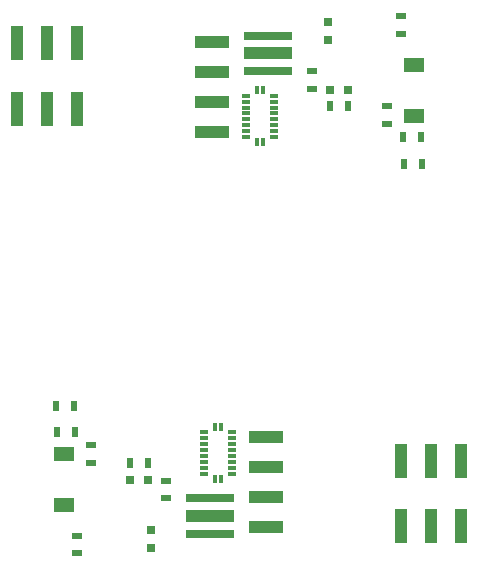
<source format=gbp>
%TF.GenerationSoftware,KiCad,Pcbnew,4.0.6*%
%TF.CreationDate,2017-04-20T11:48:03-04:00*%
%TF.ProjectId,Panel,50616E656C2E6B696361645F70636200,rev?*%
%TF.FileFunction,Paste,Bot*%
%FSLAX46Y46*%
G04 Gerber Fmt 4.6, Leading zero omitted, Abs format (unit mm)*
G04 Created by KiCad (PCBNEW 4.0.6) date Thu Apr 20 11:48:03 2017*
%MOMM*%
%LPD*%
G01*
G04 APERTURE LIST*
%ADD10C,0.100000*%
%ADD11R,1.000000X3.000000*%
%ADD12R,0.900000X0.500000*%
%ADD13R,0.800000X0.750000*%
%ADD14R,0.750000X0.800000*%
%ADD15R,0.299720X0.797560*%
%ADD16R,0.797560X0.299720*%
%ADD17R,4.100000X0.700000*%
%ADD18R,4.100000X1.000000*%
%ADD19R,1.699260X1.198880*%
%ADD20R,0.500000X0.900000*%
%ADD21R,3.000000X1.000000*%
G04 APERTURE END LIST*
D10*
D11*
X136200000Y-137400000D03*
X136200000Y-142940000D03*
X138740000Y-137400000D03*
X138740000Y-142940000D03*
X141280000Y-137400000D03*
X141280000Y-142940000D03*
X108800000Y-107600000D03*
X108800000Y-102060000D03*
X106260000Y-107600000D03*
X106260000Y-102060000D03*
X103720000Y-107600000D03*
X103720000Y-102060000D03*
D12*
X116306600Y-139086400D03*
X116306600Y-140586400D03*
D13*
X114800000Y-139000000D03*
X113300000Y-139000000D03*
D14*
X115000000Y-143250000D03*
X115000000Y-144750000D03*
D15*
X120456960Y-138950720D03*
D16*
X119507000Y-138498600D03*
X119507000Y-138000760D03*
X119507000Y-137500380D03*
X119507000Y-137000000D03*
X119507000Y-136502160D03*
X119507000Y-136001780D03*
X119507000Y-135501400D03*
X119507000Y-135003560D03*
D15*
X120456960Y-134551440D03*
X120954800Y-134551440D03*
D16*
X121904760Y-135003560D03*
X121904760Y-135501400D03*
X121904760Y-136001780D03*
X121904760Y-136502160D03*
X121904760Y-137000000D03*
X121904760Y-137500380D03*
X121904760Y-138000760D03*
X121904760Y-138498600D03*
D15*
X120954800Y-138950720D03*
D17*
X120015000Y-143583600D03*
D18*
X120015000Y-142083600D03*
D17*
X120015000Y-140583600D03*
D19*
X107700000Y-141136540D03*
X107700000Y-136813460D03*
D20*
X108600000Y-135000000D03*
X107100000Y-135000000D03*
D12*
X110000000Y-137600000D03*
X110000000Y-136100000D03*
X108800000Y-143750000D03*
X108800000Y-145250000D03*
D20*
X113300000Y-137600000D03*
X114800000Y-137600000D03*
X108500000Y-132750000D03*
X107000000Y-132750000D03*
D21*
X124815600Y-143023400D03*
X124815600Y-140483400D03*
X124815600Y-137943400D03*
X124815600Y-135403400D03*
D12*
X128693400Y-105913600D03*
X128693400Y-104413600D03*
D13*
X130200000Y-106000000D03*
X131700000Y-106000000D03*
D14*
X130000000Y-101750000D03*
X130000000Y-100250000D03*
D15*
X124543040Y-106049280D03*
D16*
X125493000Y-106501400D03*
X125493000Y-106999240D03*
X125493000Y-107499620D03*
X125493000Y-108000000D03*
X125493000Y-108497840D03*
X125493000Y-108998220D03*
X125493000Y-109498600D03*
X125493000Y-109996440D03*
D15*
X124543040Y-110448560D03*
X124045200Y-110448560D03*
D16*
X123095240Y-109996440D03*
X123095240Y-109498600D03*
X123095240Y-108998220D03*
X123095240Y-108497840D03*
X123095240Y-108000000D03*
X123095240Y-107499620D03*
X123095240Y-106999240D03*
X123095240Y-106501400D03*
D15*
X124045200Y-106049280D03*
D17*
X124985000Y-101416400D03*
D18*
X124985000Y-102916400D03*
D17*
X124985000Y-104416400D03*
D19*
X137300000Y-103863460D03*
X137300000Y-108186540D03*
D20*
X136400000Y-110000000D03*
X137900000Y-110000000D03*
D12*
X135000000Y-107400000D03*
X135000000Y-108900000D03*
X136200000Y-101250000D03*
X136200000Y-99750000D03*
D20*
X131700000Y-107400000D03*
X130200000Y-107400000D03*
X136500000Y-112250000D03*
X138000000Y-112250000D03*
D21*
X120184400Y-101976600D03*
X120184400Y-104516600D03*
X120184400Y-107056600D03*
X120184400Y-109596600D03*
M02*

</source>
